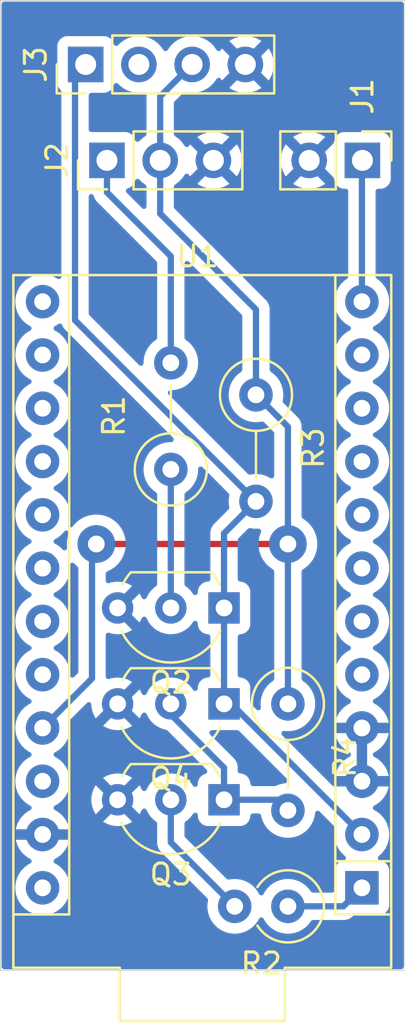
<source format=kicad_pcb>
(kicad_pcb (version 20241229) (generator "pcbnew") (generator_version "9.0")
  (layers (0 "F.Cu" signal) (2 "B.Cu" signal) (13 "F.Paste" user) (15 "B.Paste" user) (5 "F.SilkS" user "F.Silkscreen") (7 "B.SilkS" user "B.Silkscreen") (1 "F.Mask" user) (3 "B.Mask" user) (25 "Edge.Cuts" user))
  (net 0 "")
  (net 1 "/Select_SBus")
  (net 2 "GND")
  (net 3 "+5V")
  (net 4 "/SBus_Rx")
  (net 6 "/SRXL2_Data")
  (net 7 "Net-(Q2-B)")
  (net 8 "Net-(Q3-B)")
  (net 9 "Net-(Q3-C)")
  (net 10 "/SRXL2_Tx")
  (footprint "Package_TO_SOT_THT:TO-92L_Inline_Wide" (layer "F.Cu") (at 148.844 94.488 180)
    (property "Reference" "Q4" (at 2.54 -3.56 0) (layer "F.SilkS"))
    (property "Value" "BC547")
    (fp_line (start 0.6 1.7) (end 4.45 1.7) (stroke (width 0.12)) (layer "F.SilkS"))
    (fp_arc (start 4.842383 1.112264) (mid 4.666594 1.419753) (end 4.45 1.7) (stroke (width 0.12)) (layer "F.SilkS"))
    (fp_arc (start 2.54 -2.6) (mid 3.936979 -2.192818) (end 4.8964 -1.098807) (stroke (width 0.12)) (layer "F.SilkS"))
    (fp_arc (start 0.6 1.7) (mid 0.389183 1.423933) (end 0.217369 1.122045) (stroke (width 0.12)) (layer "F.SilkS"))
    (fp_arc (start 0.1836 -1.098807) (mid 1.143021 -2.192817) (end 2.54 -2.6) (stroke (width 0.12)) (layer "F.SilkS"))
    (pad "1" thru_hole rect (at 0 0 180) (size 1.5 1.5) (drill 0.8) (layers "*.Cu" "*.Mask") (net 6 "/SRXL2_Data"))
    (pad "2" thru_hole circle (at 2.54 0 180) (size 1.5 1.5) (drill 0.8) (layers "*.Cu" "*.Mask") (net 9 "Net-(Q3-C)"))
    (pad "3" thru_hole circle (at 5.08 0 180) (size 1.5 1.5) (drill 0.8) (layers "*.Cu" "*.Mask") (net 2 "GND"))
  )
  (footprint "Package_TO_SOT_THT:TO-92L_Inline_Wide" (layer "F.Cu") (at 148.844 89.916 180)
    (property "Reference" "Q2" (at 2.54 -3.56 0) (layer "F.SilkS"))
    (property "Value" "BC547")
    (fp_line (start 0.6 1.7) (end 4.45 1.7) (stroke (width 0.12)) (layer "F.SilkS"))
    (fp_arc (start 4.842383 1.112264) (mid 4.666594 1.419753) (end 4.45 1.7) (stroke (width 0.12)) (layer "F.SilkS"))
    (fp_arc (start 2.54 -2.6) (mid 3.936979 -2.192818) (end 4.8964 -1.098807) (stroke (width 0.12)) (layer "F.SilkS"))
    (fp_arc (start 0.6 1.7) (mid 0.389183 1.423933) (end 0.217369 1.122045) (stroke (width 0.12)) (layer "F.SilkS"))
    (fp_arc (start 0.1836 -1.098807) (mid 1.143021 -2.192817) (end 2.54 -2.6) (stroke (width 0.12)) (layer "F.SilkS"))
    (pad "1" thru_hole rect (at 0 0 180) (size 1.5 1.5) (drill 0.8) (layers "*.Cu" "*.Mask") (net 6 "/SRXL2_Data"))
    (pad "2" thru_hole circle (at 2.54 0 180) (size 1.5 1.5) (drill 0.8) (layers "*.Cu" "*.Mask") (net 7 "Net-(Q2-B)"))
    (pad "3" thru_hole circle (at 5.08 0 180) (size 1.5 1.5) (drill 0.8) (layers "*.Cu" "*.Mask") (net 2 "GND"))
  )
  (footprint "Connector_PinHeader_2.54mm:PinHeader_1x03_P2.54mm_Vertical" (layer "F.Cu") (at 143.256 68.58 90)
    (property "Reference" "J2" (at 0 -2.38 90) (layer "F.SilkS"))
    (property "Value" "SBus")
    (fp_line (start -1.38 -1.38) (end 0 -1.38) (stroke (width 0.12)) (layer "F.SilkS"))
    (fp_line (start -1.38 0) (end -1.38 -1.38) (stroke (width 0.12)) (layer "F.SilkS"))
    (fp_line (start 1.38 1.27) (end 1.38 6.46) (stroke (width 0.12)) (layer "F.SilkS"))
    (fp_line (start -1.38 1.27) (end 1.38 1.27) (stroke (width 0.12)) (layer "F.SilkS"))
    (fp_line (start -1.38 1.27) (end -1.38 6.46) (stroke (width 0.12)) (layer "F.SilkS"))
    (fp_line (start -1.38 6.46) (end 1.38 6.46) (stroke (width 0.12)) (layer "F.SilkS"))
    (pad "1" thru_hole rect (at 0 0 90) (size 1.7 1.7) (drill 1) (layers "*.Cu" "*.Mask") (net 4 "/SBus_Rx"))
    (pad "2" thru_hole circle (at 0 2.54 90) (size 1.7 1.7) (drill 1) (layers "*.Cu" "*.Mask") (net 3 "+5V"))
    (pad "3" thru_hole circle (at 0 5.08 90) (size 1.7 1.7) (drill 1) (layers "*.Cu" "*.Mask") (net 2 "GND"))
  )
  (footprint "Resistor_THT:R_Axial_DIN0309_L9.0mm_D3.2mm_P5.08mm_Vertical" (layer "F.Cu") (at 146.304 83.312 90)
    (property "Reference" "R1" (at 2.54 -2.72 90) (layer "F.SilkS"))
    (property "Value" "4k7")
    (fp_line (start 1.72 0) (end 3.98 0) (stroke (width 0.12)) (layer "F.SilkS"))
    (fp_circle (center 0 0) (end 1.72 0) (stroke (width 0.12)) (fill no) (layer "F.SilkS"))
    (pad "1" thru_hole circle (at 0 0 90) (size 1.6 1.6) (drill 0.8) (layers "*.Cu" "*.Mask") (net 7 "Net-(Q2-B)"))
    (pad "2" thru_hole circle (at 5.08 0 90) (size 1.6 1.6) (drill 0.8) (layers "*.Cu" "*.Mask") (net 4 "/SBus_Rx"))
  )
  (footprint "Arduino:Sparkfun_Pro_Micro" (layer "F.Cu") (at 140.184 75.317)
    (property "Reference" "U1" (at 7.39 -2.165 0) (layer "F.SilkS"))
    (property "Value" "Sparkfun_Pro_Micro")
    (fp_line (start -1.397 -1.27) (end -1.397 31.75) (stroke (width 0.12)) (layer "F.SilkS"))
    (fp_line (start -1.397 31.75) (end 3.683 31.75) (stroke (width 0.12)) (layer "F.SilkS"))
    (fp_line (start 1.27 -1.27) (end -1.397 -1.27) (stroke (width 0.12)) (layer "F.SilkS"))
    (fp_line (start 1.27 1.27) (end 1.27 -1.27) (stroke (width 0.12)) (layer "F.SilkS"))
    (fp_line (start 1.27 1.27) (end 1.27 29.21) (stroke (width 0.12)) (layer "F.SilkS"))
    (fp_line (start 1.27 29.21) (end -1.4 29.21) (stroke (width 0.12)) (layer "F.SilkS"))
    (fp_line (start 3.683 34.29) (end 3.683 31.75) (stroke (width 0.12)) (layer "F.SilkS"))
    (fp_line (start 3.683 34.29) (end 11.557 34.29) (stroke (width 0.12)) (layer "F.SilkS"))
    (fp_line (start 11.557 31.75) (end 16.637 31.75) (stroke (width 0.12)) (layer "F.SilkS"))
    (fp_line (start 11.557 34.29) (end 11.557 31.75) (stroke (width 0.12)) (layer "F.SilkS"))
    (fp_line (start 13.97 -1.27) (end 13.97 29.21) (stroke (width 0.12)) (layer "F.SilkS"))
    (fp_line (start 13.97 -1.27) (end 16.64 -1.27) (stroke (width 0.12)) (layer "F.SilkS"))
    (fp_line (start 13.97 26.67) (end 16.64 26.67) (stroke (width 0.12)) (layer "F.SilkS"))
    (fp_line (start 13.97 29.21) (end 16.64 29.21) (stroke (width 0.12)) (layer "F.SilkS"))
    (fp_line (start 16.637 -1.27) (end 1.27 -1.27) (stroke (width 0.12)) (layer "F.SilkS"))
    (fp_line (start 16.637 31.75) (end 16.64 -1.27) (stroke (width 0.12)) (layer "F.SilkS"))
    (pad "1" thru_hole rect (at 15.24 27.94) (size 1.6 1.6) (drill 0.8) (layers "*.Cu" "*.Mask") (net 10 "/SRXL2_Tx"))
    (pad "2" thru_hole oval (at 15.24 25.4) (size 1.6 1.6) (drill 0.8) (layers "*.Cu" "*.Mask") (net 6 "/SRXL2_Data"))
    (pad "3" thru_hole oval (at 15.24 22.86) (size 1.6 1.6) (drill 0.8) (layers "*.Cu" "*.Mask") (net 2 "GND"))
    (pad "4" thru_hole oval (at 15.24 20.32) (size 1.6 1.6) (drill 0.8) (layers "*.Cu" "*.Mask") (net 2 "GND"))
    (pad "5" thru_hole oval (at 15.24 17.78) (size 1.6 1.6) (drill 0.8) (layers "*.Cu" "*.Mask"))
    (pad "6" thru_hole oval (at 15.24 15.24) (size 1.6 1.6) (drill 0.8) (layers "*.Cu" "*.Mask"))
    (pad "7" thru_hole oval (at 15.24 12.7) (size 1.6 1.6) (drill 0.8) (layers "*.Cu" "*.Mask"))
    (pad "8" thru_hole oval (at 15.24 10.16) (size 1.6 1.6) (drill 0.8) (layers "*.Cu" "*.Mask"))
    (pad "9" thru_hole oval (at 15.24 7.62) (size 1.6 1.6) (drill 0.8) (layers "*.Cu" "*.Mask"))
    (pad "10" thru_hole oval (at 15.24 5.08) (size 1.6 1.6) (drill 0.8) (layers "*.Cu" "*.Mask"))
    (pad "11" thru_hole oval (at 15.24 2.54) (size 1.6 1.6) (drill 0.8) (layers "*.Cu" "*.Mask"))
    (pad "12" thru_hole oval (at 15.24 0) (size 1.6 1.6) (drill 0.8) (layers "*.Cu" "*.Mask") (net 1 "/Select_SBus"))
    (pad "13" thru_hole oval (at 0 0) (size 1.6 1.6) (drill 0.8) (layers "*.Cu" "*.Mask"))
    (pad "14" thru_hole oval (at 0 2.54) (size 1.6 1.6) (drill 0.8) (layers "*.Cu" "*.Mask"))
    (pad "15" thru_hole oval (at 0 5.08) (size 1.6 1.6) (drill 0.8) (layers "*.Cu" "*.Mask"))
    (pad "16" thru_hole oval (at 0 7.62) (size 1.6 1.6) (drill 0.8) (layers "*.Cu" "*.Mask"))
    (pad "17" thru_hole oval (at 0 10.16) (size 1.6 1.6) (drill 0.8) (layers "*.Cu" "*.Mask"))
    (pad "18" thru_hole oval (at 0 12.7) (size 1.6 1.6) (drill 0.8) (layers "*.Cu" "*.Mask"))
    (pad "19" thru_hole oval (at 0 15.24) (size 1.6 1.6) (drill 0.8) (layers "*.Cu" "*.Mask"))
    (pad "20" thru_hole oval (at 0 17.78) (size 1.6 1.6) (drill 0.8) (layers "*.Cu" "*.Mask"))
    (pad "21" thru_hole oval (at 0 20.32) (size 1.6 1.6) (drill 0.8) (layers "*.Cu" "*.Mask") (net 3 "+5V"))
    (pad "22" thru_hole oval (at 0 22.86) (size 1.6 1.6) (drill 0.8) (layers "*.Cu" "*.Mask"))
    (pad "23" thru_hole oval (at 0 25.4) (size 1.6 1.6) (drill 0.8) (layers "*.Cu" "*.Mask") (net 2 "GND"))
    (pad "24" thru_hole oval (at 0 27.94) (size 1.6 1.6) (drill 0.8) (layers "*.Cu" "*.Mask"))
  )
  (footprint "Connector_PinHeader_2.54mm:PinHeader_1x02_P2.54mm_Vertical" (layer "F.Cu") (at 155.448 68.58 -90)
    (property "Reference" "J1" (at -3.048 0 90) (layer "F.SilkS"))
    (property "Value" "Mode")
    (fp_line (start -1.38 3.92) (end 1.38 3.92) (stroke (width 0.12)) (layer "F.SilkS"))
    (fp_line (start -1.38 1.27) (end -1.38 3.92) (stroke (width 0.12)) (layer "F.SilkS"))
    (fp_line (start -1.38 1.27) (end 1.38 1.27) (stroke (width 0.12)) (layer "F.SilkS"))
    (fp_line (start 1.38 1.27) (end 1.38 3.92) (stroke (width 0.12)) (layer "F.SilkS"))
    (fp_line (start -1.38 0) (end -1.38 -1.38) (stroke (width 0.12)) (layer "F.SilkS"))
    (fp_line (start -1.38 -1.38) (end 0 -1.38) (stroke (width 0.12)) (layer "F.SilkS"))
    (pad "1" thru_hole rect (at 0 0 270) (size 1.7 1.7) (drill 1) (layers "*.Cu" "*.Mask") (net 1 "/Select_SBus"))
    (pad "2" thru_hole circle (at 0 2.54 270) (size 1.7 1.7) (drill 1) (layers "*.Cu" "*.Mask") (net 2 "GND"))
  )
  (footprint "Resistor_THT:R_Axial_DIN0309_L9.0mm_D3.2mm_P5.08mm_Vertical" (layer "F.Cu") (at 150.368 79.756 -90)
    (property "Reference" "R3" (at 2.54 -2.72 90) (layer "F.SilkS"))
    (property "Value" "4k7")
    (fp_line (start 1.72 0) (end 3.98 0) (stroke (width 0.12)) (layer "F.SilkS"))
    (fp_circle (center 0 0) (end 1.72 0) (stroke (width 0.12)) (fill no) (layer "F.SilkS"))
    (pad "1" thru_hole circle (at 0 0 270) (size 1.6 1.6) (drill 0.8) (layers "*.Cu" "*.Mask") (net 3 "+5V"))
    (pad "2" thru_hole circle (at 5.08 0 270) (size 1.6 1.6) (drill 0.8) (layers "*.Cu" "*.Mask") (net 6 "/SRXL2_Data"))
  )
  (footprint "Package_TO_SOT_THT:TO-92L_Inline_Wide" (layer "F.Cu") (at 148.844 99.06 180)
    (property "Reference" "Q3" (at 2.54 -3.56 0) (layer "F.SilkS"))
    (property "Value" "BC547")
    (fp_line (start 0.6 1.7) (end 4.45 1.7) (stroke (width 0.12)) (layer "F.SilkS"))
    (fp_arc (start 4.842383 1.112264) (mid 4.666594 1.419753) (end 4.45 1.7) (stroke (width 0.12)) (layer "F.SilkS"))
    (fp_arc (start 2.54 -2.6) (mid 3.936979 -2.192818) (end 4.8964 -1.098807) (stroke (width 0.12)) (layer "F.SilkS"))
    (fp_arc (start 0.6 1.7) (mid 0.389183 1.423933) (end 0.217369 1.122045) (stroke (width 0.12)) (layer "F.SilkS"))
    (fp_arc (start 0.1836 -1.098807) (mid 1.143021 -2.192817) (end 2.54 -2.6) (stroke (width 0.12)) (layer "F.SilkS"))
    (pad "1" thru_hole rect (at 0 0 180) (size 1.5 1.5) (drill 0.8) (layers "*.Cu" "*.Mask") (net 9 "Net-(Q3-C)"))
    (pad "2" thru_hole circle (at 2.54 0 180) (size 1.5 1.5) (drill 0.8) (layers "*.Cu" "*.Mask") (net 8 "Net-(Q3-B)"))
    (pad "3" thru_hole circle (at 5.08 0 180) (size 1.5 1.5) (drill 0.8) (layers "*.Cu" "*.Mask") (net 2 "GND"))
  )
  (footprint "Connector_PinHeader_2.54mm:PinHeader_1x04_P2.54mm_Vertical" (layer "F.Cu") (at 142.24 64.008 90)
    (property "Reference" "J3" (at 0 -2.38 90) (layer "F.SilkS"))
    (property "Value" "SRXL2")
    (fp_line (start -1.38 -1.38) (end 0 -1.38) (stroke (width 0.12)) (layer "F.SilkS"))
    (fp_line (start -1.38 0) (end -1.38 -1.38) (stroke (width 0.12)) (layer "F.SilkS"))
    (fp_line (start 1.38 1.27) (end 1.38 9) (stroke (width 0.12)) (layer "F.SilkS"))
    (fp_line (start -1.38 1.27) (end 1.38 1.27) (stroke (width 0.12)) (layer "F.SilkS"))
    (fp_line (start -1.38 1.27) (end -1.38 9) (stroke (width 0.12)) (layer "F.SilkS"))
    (fp_line (start -1.38 9) (end 1.38 9) (stroke (width 0.12)) (layer "F.SilkS"))
    (pad "1" thru_hole rect (at 0 0 90) (size 1.7 1.7) (drill 1) (layers "*.Cu" "*.Mask") (net 6 "/SRXL2_Data"))
    (pad "2" thru_hole circle (at 0 2.54 90) (size 1.7 1.7) (drill 1) (layers "*.Cu" "*.Mask"))
    (pad "3" thru_hole circle (at 0 5.08 90) (size 1.7 1.7) (drill 1) (layers "*.Cu" "*.Mask") (net 3 "+5V"))
    (pad "4" thru_hole circle (at 0 7.62 90) (size 1.7 1.7) (drill 1) (layers "*.Cu" "*.Mask") (net 2 "GND"))
  )
  (footprint "Resistor_THT:R_Axial_DIN0309_L9.0mm_D3.2mm_P5.08mm_Vertical" (layer "F.Cu") (at 151.892 94.488 -90)
    (property "Reference" "R4" (at 2.54 -2.72 90) (layer "F.SilkS"))
    (property "Value" "4k7")
    (fp_line (start 1.72 0) (end 3.98 0) (stroke (width 0.12)) (layer "F.SilkS"))
    (fp_circle (center 0 0) (end 1.72 0) (stroke (width 0.12)) (fill no) (layer "F.SilkS"))
    (pad "1" thru_hole circle (at 0 0 270) (size 1.6 1.6) (drill 0.8) (layers "*.Cu" "*.Mask") (net 3 "+5V"))
    (pad "2" thru_hole circle (at 5.08 0 270) (size 1.6 1.6) (drill 0.8) (layers "*.Cu" "*.Mask") (net 9 "Net-(Q3-C)"))
  )
  (footprint "Resistor_THT:R_Axial_DIN0309_L9.0mm_D3.2mm_P2.54mm_Vertical" (layer "F.Cu") (at 151.892 104.14 180)
    (property "Reference" "R2" (at 1.27 -2.72 0) (layer "F.SilkS"))
    (property "Value" "4k7")
    (fp_arc (start 1.453272 0.92) (mid -1.72 0) (end 1.453272 -0.92) (stroke (width 0.12)) (layer "F.SilkS"))
    (pad "1" thru_hole circle (at 0 0 180) (size 1.6 1.6) (drill 0.8) (layers "*.Cu" "*.Mask") (net 10 "/SRXL2_Tx"))
    (pad "2" thru_hole circle (at 2.54 0 180) (size 1.6 1.6) (drill 0.8) (layers "*.Cu" "*.Mask") (net 8 "Net-(Q3-B)"))
  )
  (gr_rect (start 138.176 60.96) (end 157.48 107.188) (stroke (width 0.05)) (fill no) (layer "Edge.Cuts"))
  (segment (start 155.448 68.58) (end 155.448 69.088) (width 0.3) (layer "B.Cu") (net 1))
  (segment (start 155.448 69.088) (end 155.424 69.112) (width 0.3) (layer "B.Cu") (net 1))
  (segment (start 155.424 69.112) (end 155.424 75.317) (width 0.3) (layer "B.Cu") (net 1))
  (segment (start 142.748 86.868) (end 151.892 86.868) (width 0.3) (layer "F.Cu") (net 3))
  (via (at 142.748 86.868) (size 1.8) (drill 0.8) (layers "F.Cu" "B.Cu") (net 3))
  (via (at 151.892 86.868) (size 1.8) (drill 0.8) (layers "F.Cu" "B.Cu") (net 3))
  (segment (start 140.184 95.637) (end 142.543 93.278) (width 0.3) (layer "B.Cu") (net 3))
  (segment (start 151.892 81.28) (end 150.368 79.756) (width 0.3) (layer "B.Cu") (net 3))
  (segment (start 151.892 94.488) (end 151.892 86.868) (width 0.3) (layer "B.Cu") (net 3))
  (segment (start 145.796 71.12) (end 145.796 68.58) (width 0.3) (layer "B.Cu") (net 3))
  (segment (start 142.543 93.278) (end 142.543 87.073) (width 0.3) (layer "B.Cu") (net 3))
  (segment (start 151.892 86.868) (end 151.892 81.28) (width 0.3) (layer "B.Cu") (net 3))
  (segment (start 150.368 75.692) (end 145.796 71.12) (width 0.3) (layer "B.Cu") (net 3))
  (segment (start 142.543 87.073) (end 142.748 86.868) (width 0.3) (layer "B.Cu") (net 3))
  (segment (start 147.32 64.008) (end 145.796 65.532) (width 0.3) (layer "B.Cu") (net 3))
  (segment (start 150.368 79.756) (end 150.368 75.692) (width 0.3) (layer "B.Cu") (net 3))
  (segment (start 145.796 65.532) (end 145.796 68.58) (width 0.3) (layer "B.Cu") (net 3))
  (segment (start 143.256 68.58) (end 143.256 70.104) (width 0.3) (layer "B.Cu") (net 4))
  (segment (start 146.304 73.152) (end 146.304 78.232) (width 0.3) (layer "B.Cu") (net 4))
  (segment (start 143.256 70.104) (end 146.304 73.152) (width 0.3) (layer "B.Cu") (net 4))
  (segment (start 141.732 76.2) (end 141.732 64.516) (width 0.3) (layer "B.Cu") (net 6))
  (segment (start 149.195 94.488) (end 155.424 100.717) (width 0.3) (layer "B.Cu") (net 6))
  (segment (start 148.844 89.916) (end 148.844 86.36) (width 0.3) (layer "B.Cu") (net 6))
  (segment (start 150.368 84.836) (end 141.732 76.2) (width 0.3) (layer "B.Cu") (net 6))
  (segment (start 141.732 64.516) (end 142.24 64.008) (width 0.3) (layer "B.Cu") (net 6))
  (segment (start 148.844 86.36) (end 150.368 84.836) (width 0.3) (layer "B.Cu") (net 6))
  (segment (start 148.844 94.488) (end 149.195 94.488) (width 0.3) (layer "B.Cu") (net 6))
  (segment (start 148.844 89.916) (end 148.844 94.488) (width 0.3) (layer "B.Cu") (net 6))
  (segment (start 146.304 89.916) (end 146.304 83.312) (width 0.3) (layer "B.Cu") (net 7))
  (segment (start 146.304 101.092) (end 146.304 99.06) (width 0.3) (layer "B.Cu") (net 8))
  (segment (start 149.352 104.14) (end 146.304 101.092) (width 0.3) (layer "B.Cu") (net 8))
  (segment (start 151.384 99.06) (end 151.892 99.568) (width 0.3) (layer "B.Cu") (net 9))
  (segment (start 148.844 97.536) (end 148.844 99.06) (width 0.3) (layer "B.Cu") (net 9))
  (segment (start 146.304 94.996) (end 148.844 97.536) (width 0.3) (layer "B.Cu") (net 9))
  (segment (start 146.304 94.488) (end 146.304 94.996) (width 0.3) (layer "B.Cu") (net 9))
  (segment (start 148.844 99.06) (end 151.384 99.06) (width 0.3) (layer "B.Cu") (net 9))
  (segment (start 151.892 104.14) (end 154.541 104.14) (width 0.3) (layer "B.Cu") (net 10))
  (segment (start 154.541 104.14) (end 155.424 103.257) (width 0.3) (layer "B.Cu") (net 10))
  (zone (net 2) (net_name "GND") (layer "B.Cu") (connect_pads (clearance 0.5)) (min_thickness 0.25) (fill yes (thermal_gap 0.5) (thermal_bridge_width 0.5) (island_removal_mode 1) (island_area_min 10))
    (polygon (pts (xy 138.176 60.96) (xy 157.48 60.96) (xy 157.48 107.188) (xy 138.176 107.188)))
  )
)
</source>
